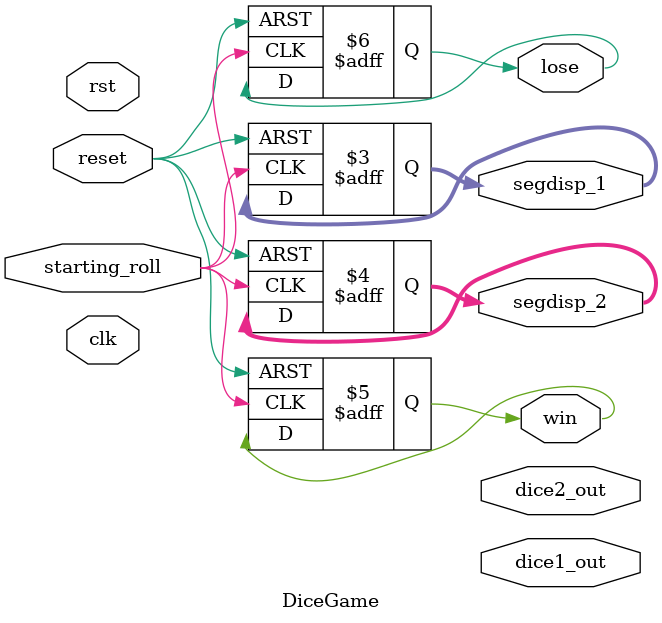
<source format=v>
module DiceGame(starting_roll, reset, clk, rst, segdisp_1, segdisp_2, win, lose, dice1_out, dice2_out);

  input starting_roll; // dice roll input signal
  input reset; // input reset for game state
  input clk; // clock input
  input rst; // reset input for counters
  output reg [6:0] segdisp_1; // output for first 7-seg display
  output reg [6:0] segdisp_2; // output for second 7-seg display
  output reg win; // output - indicates player has won
  output reg lose; // output - indicated player has lost
  output reg [2:0] dice1_out; // output - vaue of die 1
  output reg [2:0] dice2_out; // output - value of die 2


  reg [2:0] dice1_counter; // register representing value of die 1
  reg [2:0] dice2_counter; // register representing value of die 2
  reg rolling; // register to indicate the dice are currently rolling

  // instantiate the counters module
  counters uut (
    .clk(clk),
    .rst(rst),
    .dice1_out(),
    .dice2_out()
  );

  always @(posedge reset or posedge starting_roll)
  // trigger on the + clock edge or + edge of rst signal
  begin
    if (reset)
	 // on a + edge of reset, variables are initialzied
    begin
      dice1_counter <= 3'b000;
      dice2_counter <= 3'b000;
      segdisp_1 <= 7'b0000000;
      segdisp_2 <= 7'b0000000;
      rolling <= 1'b0;
      win <= 1'b0;
      lose <= 1'b0;
    end
    else if (starting_roll)
	 // on a + edge of starting_roll, flag is set to rolling
    begin
      rolling <= 1'b1;
    end
    else if (rolling)
    begin
      // if rolling, the values of dice are displated on 7-seg displays
      segdisp_1 <= dice1_counter;
      segdisp_2 <= dice2_counter;
    end
    else
    begin
      // check if the player has won or lost
      case (dice1_counter + dice2_counter)
        4'b0011: lose <= 1'b1; // sum is 2
        4'b0100: lose <= 1'b1; // sum is 3
        4'b0110: lose <= 1'b1; // sum is 4
        4'b0111: lose <= 1'b1; // sum is 5
        4'b1000: lose <= 1'b1; // sum is 6
		  4'b0101: win <= 1'b1;  // sum is 7
        4'b1010: lose <= 1'b1; // sum is 8
        4'b1011: lose <= 1'b1; // sum is 9
        4'b1100: lose <= 1'b1; // sum is 10
		  4'b1001: win <= 1'b1;  // sum is 11
        4'b1101: win <= 1'b1;  // sum is 12
        default: rolling <= 1'b0; // continue rolling
      endcase
    end
  end

endmodule

</source>
